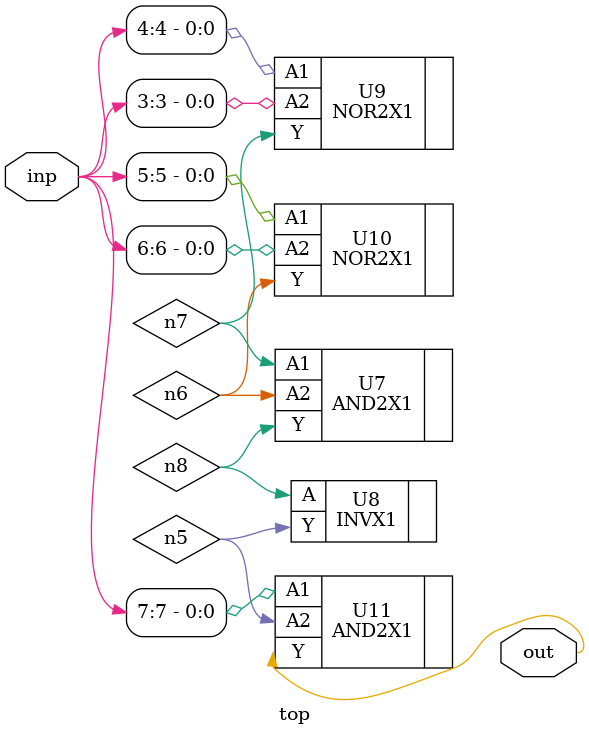
<source format=sv>


module top ( inp, out );
  input [7:0] inp;
  output out;
  wire   n5, n6, n7, n8;

  AND2X1 U7 ( .A1(n7), .A2(n6), .Y(n8) );
  INVX1 U8 ( .A(n8), .Y(n5) );
  NOR2X1 U9 ( .A1(inp[4]), .A2(inp[3]), .Y(n7) );
  NOR2X1 U10 ( .A1(inp[5]), .A2(inp[6]), .Y(n6) );
  AND2X1 U11 ( .A1(inp[7]), .A2(n5), .Y(out) );
endmodule


</source>
